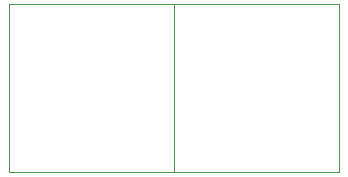
<source format=gbr>
G04 #@! TF.GenerationSoftware,KiCad,Pcbnew,5.0.1+dfsg1-3~bpo9+1*
G04 #@! TF.CreationDate,2018-11-18T10:39:03-07:00*
G04 #@! TF.ProjectId,Cube-Balls,437562652D42616C6C732E6B69636164,rev?*
G04 #@! TF.SameCoordinates,Original*
G04 #@! TF.FileFunction,Profile,NP*
%FSLAX46Y46*%
G04 Gerber Fmt 4.6, Leading zero omitted, Abs format (unit mm)*
G04 Created by KiCad (PCBNEW 5.0.1+dfsg1-3~bpo9+1) date Sun 18 Nov 2018 10:39:03 AM MST*
%MOMM*%
%LPD*%
G01*
G04 APERTURE LIST*
%ADD10C,0.100000*%
G04 APERTURE END LIST*
D10*
X52070000Y-36068000D02*
X66040000Y-36068000D01*
X66040000Y-36068000D02*
X66040000Y-50292000D01*
X66040000Y-50292000D02*
X52070000Y-50292000D01*
X38100000Y-50292000D02*
X38100000Y-36068000D01*
X52070000Y-50292000D02*
X38100000Y-50292000D01*
X52070000Y-36068000D02*
X52070000Y-50292000D01*
X38100000Y-36068000D02*
X52070000Y-36068000D01*
M02*

</source>
